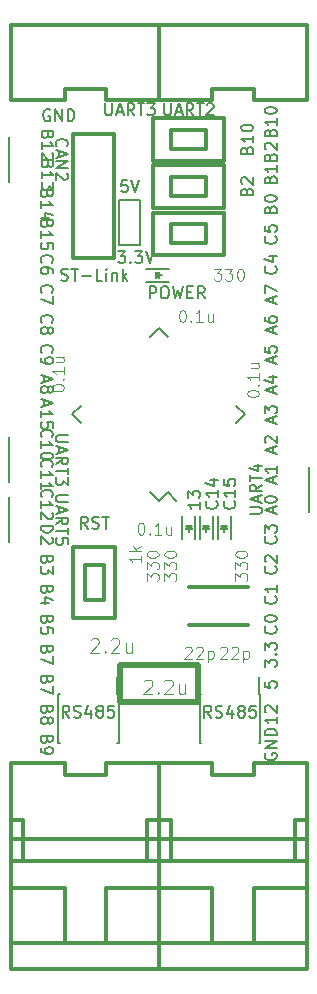
<source format=gbr>
G04 #@! TF.FileFunction,Legend,Top*
%FSLAX46Y46*%
G04 Gerber Fmt 4.6, Leading zero omitted, Abs format (unit mm)*
G04 Created by KiCad (PCBNEW 4.0.6) date 08/16/17 10:50:43*
%MOMM*%
%LPD*%
G01*
G04 APERTURE LIST*
%ADD10C,0.100000*%
%ADD11C,0.200000*%
%ADD12C,0.150000*%
%ADD13C,0.300000*%
%ADD14C,0.500000*%
%ADD15C,0.101600*%
G04 APERTURE END LIST*
D10*
D11*
X6404762Y-59952381D02*
X6071428Y-59476190D01*
X5833333Y-59952381D02*
X5833333Y-58952381D01*
X6214286Y-58952381D01*
X6309524Y-59000000D01*
X6357143Y-59047619D01*
X6404762Y-59142857D01*
X6404762Y-59285714D01*
X6357143Y-59380952D01*
X6309524Y-59428571D01*
X6214286Y-59476190D01*
X5833333Y-59476190D01*
X6785714Y-59904762D02*
X6928571Y-59952381D01*
X7166667Y-59952381D01*
X7261905Y-59904762D01*
X7309524Y-59857143D01*
X7357143Y-59761905D01*
X7357143Y-59666667D01*
X7309524Y-59571429D01*
X7261905Y-59523810D01*
X7166667Y-59476190D01*
X6976190Y-59428571D01*
X6880952Y-59380952D01*
X6833333Y-59333333D01*
X6785714Y-59238095D01*
X6785714Y-59142857D01*
X6833333Y-59047619D01*
X6880952Y-59000000D01*
X6976190Y-58952381D01*
X7214286Y-58952381D01*
X7357143Y-59000000D01*
X8214286Y-59285714D02*
X8214286Y-59952381D01*
X7976190Y-58904762D02*
X7738095Y-59619048D01*
X8357143Y-59619048D01*
X8880952Y-59380952D02*
X8785714Y-59333333D01*
X8738095Y-59285714D01*
X8690476Y-59190476D01*
X8690476Y-59142857D01*
X8738095Y-59047619D01*
X8785714Y-59000000D01*
X8880952Y-58952381D01*
X9071429Y-58952381D01*
X9166667Y-59000000D01*
X9214286Y-59047619D01*
X9261905Y-59142857D01*
X9261905Y-59190476D01*
X9214286Y-59285714D01*
X9166667Y-59333333D01*
X9071429Y-59380952D01*
X8880952Y-59380952D01*
X8785714Y-59428571D01*
X8738095Y-59476190D01*
X8690476Y-59571429D01*
X8690476Y-59761905D01*
X8738095Y-59857143D01*
X8785714Y-59904762D01*
X8880952Y-59952381D01*
X9071429Y-59952381D01*
X9166667Y-59904762D01*
X9214286Y-59857143D01*
X9261905Y-59761905D01*
X9261905Y-59571429D01*
X9214286Y-59476190D01*
X9166667Y-59428571D01*
X9071429Y-59380952D01*
X10166667Y-58952381D02*
X9690476Y-58952381D01*
X9642857Y-59428571D01*
X9690476Y-59380952D01*
X9785714Y-59333333D01*
X10023810Y-59333333D01*
X10119048Y-59380952D01*
X10166667Y-59428571D01*
X10214286Y-59523810D01*
X10214286Y-59761905D01*
X10166667Y-59857143D01*
X10119048Y-59904762D01*
X10023810Y-59952381D01*
X9785714Y-59952381D01*
X9690476Y-59904762D01*
X9642857Y-59857143D01*
X18404762Y-59952381D02*
X18071428Y-59476190D01*
X17833333Y-59952381D02*
X17833333Y-58952381D01*
X18214286Y-58952381D01*
X18309524Y-59000000D01*
X18357143Y-59047619D01*
X18404762Y-59142857D01*
X18404762Y-59285714D01*
X18357143Y-59380952D01*
X18309524Y-59428571D01*
X18214286Y-59476190D01*
X17833333Y-59476190D01*
X18785714Y-59904762D02*
X18928571Y-59952381D01*
X19166667Y-59952381D01*
X19261905Y-59904762D01*
X19309524Y-59857143D01*
X19357143Y-59761905D01*
X19357143Y-59666667D01*
X19309524Y-59571429D01*
X19261905Y-59523810D01*
X19166667Y-59476190D01*
X18976190Y-59428571D01*
X18880952Y-59380952D01*
X18833333Y-59333333D01*
X18785714Y-59238095D01*
X18785714Y-59142857D01*
X18833333Y-59047619D01*
X18880952Y-59000000D01*
X18976190Y-58952381D01*
X19214286Y-58952381D01*
X19357143Y-59000000D01*
X20214286Y-59285714D02*
X20214286Y-59952381D01*
X19976190Y-58904762D02*
X19738095Y-59619048D01*
X20357143Y-59619048D01*
X20880952Y-59380952D02*
X20785714Y-59333333D01*
X20738095Y-59285714D01*
X20690476Y-59190476D01*
X20690476Y-59142857D01*
X20738095Y-59047619D01*
X20785714Y-59000000D01*
X20880952Y-58952381D01*
X21071429Y-58952381D01*
X21166667Y-59000000D01*
X21214286Y-59047619D01*
X21261905Y-59142857D01*
X21261905Y-59190476D01*
X21214286Y-59285714D01*
X21166667Y-59333333D01*
X21071429Y-59380952D01*
X20880952Y-59380952D01*
X20785714Y-59428571D01*
X20738095Y-59476190D01*
X20690476Y-59571429D01*
X20690476Y-59761905D01*
X20738095Y-59857143D01*
X20785714Y-59904762D01*
X20880952Y-59952381D01*
X21071429Y-59952381D01*
X21166667Y-59904762D01*
X21214286Y-59857143D01*
X21261905Y-59761905D01*
X21261905Y-59571429D01*
X21214286Y-59476190D01*
X21166667Y-59428571D01*
X21071429Y-59380952D01*
X22166667Y-58952381D02*
X21690476Y-58952381D01*
X21642857Y-59428571D01*
X21690476Y-59380952D01*
X21785714Y-59333333D01*
X22023810Y-59333333D01*
X22119048Y-59380952D01*
X22166667Y-59428571D01*
X22214286Y-59523810D01*
X22214286Y-59761905D01*
X22166667Y-59857143D01*
X22119048Y-59904762D01*
X22023810Y-59952381D01*
X21785714Y-59952381D01*
X21690476Y-59904762D01*
X21642857Y-59857143D01*
X13190476Y-24452381D02*
X13190476Y-23452381D01*
X13571429Y-23452381D01*
X13666667Y-23500000D01*
X13714286Y-23547619D01*
X13761905Y-23642857D01*
X13761905Y-23785714D01*
X13714286Y-23880952D01*
X13666667Y-23928571D01*
X13571429Y-23976190D01*
X13190476Y-23976190D01*
X14380952Y-23452381D02*
X14571429Y-23452381D01*
X14666667Y-23500000D01*
X14761905Y-23595238D01*
X14809524Y-23785714D01*
X14809524Y-24119048D01*
X14761905Y-24309524D01*
X14666667Y-24404762D01*
X14571429Y-24452381D01*
X14380952Y-24452381D01*
X14285714Y-24404762D01*
X14190476Y-24309524D01*
X14142857Y-24119048D01*
X14142857Y-23785714D01*
X14190476Y-23595238D01*
X14285714Y-23500000D01*
X14380952Y-23452381D01*
X15142857Y-23452381D02*
X15380952Y-24452381D01*
X15571429Y-23738095D01*
X15761905Y-24452381D01*
X16000000Y-23452381D01*
X16380952Y-23928571D02*
X16714286Y-23928571D01*
X16857143Y-24452381D02*
X16380952Y-24452381D01*
X16380952Y-23452381D01*
X16857143Y-23452381D01*
X17857143Y-24452381D02*
X17523809Y-23976190D01*
X17285714Y-24452381D02*
X17285714Y-23452381D01*
X17666667Y-23452381D01*
X17761905Y-23500000D01*
X17809524Y-23547619D01*
X17857143Y-23642857D01*
X17857143Y-23785714D01*
X17809524Y-23880952D01*
X17761905Y-23928571D01*
X17666667Y-23976190D01*
X17285714Y-23976190D01*
X21428571Y-15404761D02*
X21476190Y-15261904D01*
X21523810Y-15214285D01*
X21619048Y-15166666D01*
X21761905Y-15166666D01*
X21857143Y-15214285D01*
X21904762Y-15261904D01*
X21952381Y-15357142D01*
X21952381Y-15738095D01*
X20952381Y-15738095D01*
X20952381Y-15404761D01*
X21000000Y-15309523D01*
X21047619Y-15261904D01*
X21142857Y-15214285D01*
X21238095Y-15214285D01*
X21333333Y-15261904D01*
X21380952Y-15309523D01*
X21428571Y-15404761D01*
X21428571Y-15738095D01*
X21047619Y-14785714D02*
X21000000Y-14738095D01*
X20952381Y-14642857D01*
X20952381Y-14404761D01*
X21000000Y-14309523D01*
X21047619Y-14261904D01*
X21142857Y-14214285D01*
X21238095Y-14214285D01*
X21380952Y-14261904D01*
X21952381Y-14833333D01*
X21952381Y-14214285D01*
X21428571Y-11880952D02*
X21476190Y-11738095D01*
X21523810Y-11690476D01*
X21619048Y-11642857D01*
X21761905Y-11642857D01*
X21857143Y-11690476D01*
X21904762Y-11738095D01*
X21952381Y-11833333D01*
X21952381Y-12214286D01*
X20952381Y-12214286D01*
X20952381Y-11880952D01*
X21000000Y-11785714D01*
X21047619Y-11738095D01*
X21142857Y-11690476D01*
X21238095Y-11690476D01*
X21333333Y-11738095D01*
X21380952Y-11785714D01*
X21428571Y-11880952D01*
X21428571Y-12214286D01*
X21952381Y-10690476D02*
X21952381Y-11261905D01*
X21952381Y-10976191D02*
X20952381Y-10976191D01*
X21095238Y-11071429D01*
X21190476Y-11166667D01*
X21238095Y-11261905D01*
X20952381Y-10071429D02*
X20952381Y-9976190D01*
X21000000Y-9880952D01*
X21047619Y-9833333D01*
X21142857Y-9785714D01*
X21333333Y-9738095D01*
X21571429Y-9738095D01*
X21761905Y-9785714D01*
X21857143Y-9833333D01*
X21904762Y-9880952D01*
X21952381Y-9976190D01*
X21952381Y-10071429D01*
X21904762Y-10166667D01*
X21857143Y-10214286D01*
X21761905Y-10261905D01*
X21571429Y-10309524D01*
X21333333Y-10309524D01*
X21142857Y-10261905D01*
X21047619Y-10214286D01*
X21000000Y-10166667D01*
X20952381Y-10071429D01*
X20357143Y-41642857D02*
X20404762Y-41690476D01*
X20452381Y-41833333D01*
X20452381Y-41928571D01*
X20404762Y-42071429D01*
X20309524Y-42166667D01*
X20214286Y-42214286D01*
X20023810Y-42261905D01*
X19880952Y-42261905D01*
X19690476Y-42214286D01*
X19595238Y-42166667D01*
X19500000Y-42071429D01*
X19452381Y-41928571D01*
X19452381Y-41833333D01*
X19500000Y-41690476D01*
X19547619Y-41642857D01*
X20452381Y-40690476D02*
X20452381Y-41261905D01*
X20452381Y-40976191D02*
X19452381Y-40976191D01*
X19595238Y-41071429D01*
X19690476Y-41166667D01*
X19738095Y-41261905D01*
X19452381Y-39785714D02*
X19452381Y-40261905D01*
X19928571Y-40309524D01*
X19880952Y-40261905D01*
X19833333Y-40166667D01*
X19833333Y-39928571D01*
X19880952Y-39833333D01*
X19928571Y-39785714D01*
X20023810Y-39738095D01*
X20261905Y-39738095D01*
X20357143Y-39785714D01*
X20404762Y-39833333D01*
X20452381Y-39928571D01*
X20452381Y-40166667D01*
X20404762Y-40261905D01*
X20357143Y-40309524D01*
X18857143Y-41642857D02*
X18904762Y-41690476D01*
X18952381Y-41833333D01*
X18952381Y-41928571D01*
X18904762Y-42071429D01*
X18809524Y-42166667D01*
X18714286Y-42214286D01*
X18523810Y-42261905D01*
X18380952Y-42261905D01*
X18190476Y-42214286D01*
X18095238Y-42166667D01*
X18000000Y-42071429D01*
X17952381Y-41928571D01*
X17952381Y-41833333D01*
X18000000Y-41690476D01*
X18047619Y-41642857D01*
X18952381Y-40690476D02*
X18952381Y-41261905D01*
X18952381Y-40976191D02*
X17952381Y-40976191D01*
X18095238Y-41071429D01*
X18190476Y-41166667D01*
X18238095Y-41261905D01*
X18285714Y-39833333D02*
X18952381Y-39833333D01*
X17904762Y-40071429D02*
X18619048Y-40309524D01*
X18619048Y-39690476D01*
X17452381Y-41690476D02*
X17452381Y-42261905D01*
X17452381Y-41976191D02*
X16452381Y-41976191D01*
X16595238Y-42071429D01*
X16690476Y-42166667D01*
X16738095Y-42261905D01*
X16452381Y-41357143D02*
X16452381Y-40738095D01*
X16833333Y-41071429D01*
X16833333Y-40928571D01*
X16880952Y-40833333D01*
X16928571Y-40785714D01*
X17023810Y-40738095D01*
X17261905Y-40738095D01*
X17357143Y-40785714D01*
X17404762Y-40833333D01*
X17452381Y-40928571D01*
X17452381Y-41214286D01*
X17404762Y-41309524D01*
X17357143Y-41357143D01*
X7952381Y-43952381D02*
X7619047Y-43476190D01*
X7380952Y-43952381D02*
X7380952Y-42952381D01*
X7761905Y-42952381D01*
X7857143Y-43000000D01*
X7904762Y-43047619D01*
X7952381Y-43142857D01*
X7952381Y-43285714D01*
X7904762Y-43380952D01*
X7857143Y-43428571D01*
X7761905Y-43476190D01*
X7380952Y-43476190D01*
X8333333Y-43904762D02*
X8476190Y-43952381D01*
X8714286Y-43952381D01*
X8809524Y-43904762D01*
X8857143Y-43857143D01*
X8904762Y-43761905D01*
X8904762Y-43666667D01*
X8857143Y-43571429D01*
X8809524Y-43523810D01*
X8714286Y-43476190D01*
X8523809Y-43428571D01*
X8428571Y-43380952D01*
X8380952Y-43333333D01*
X8333333Y-43238095D01*
X8333333Y-43142857D01*
X8380952Y-43047619D01*
X8428571Y-43000000D01*
X8523809Y-42952381D01*
X8761905Y-42952381D01*
X8904762Y-43000000D01*
X9190476Y-42952381D02*
X9761905Y-42952381D01*
X9476190Y-43952381D02*
X9476190Y-42952381D01*
X5714286Y-22904762D02*
X5857143Y-22952381D01*
X6095239Y-22952381D01*
X6190477Y-22904762D01*
X6238096Y-22857143D01*
X6285715Y-22761905D01*
X6285715Y-22666667D01*
X6238096Y-22571429D01*
X6190477Y-22523810D01*
X6095239Y-22476190D01*
X5904762Y-22428571D01*
X5809524Y-22380952D01*
X5761905Y-22333333D01*
X5714286Y-22238095D01*
X5714286Y-22142857D01*
X5761905Y-22047619D01*
X5809524Y-22000000D01*
X5904762Y-21952381D01*
X6142858Y-21952381D01*
X6285715Y-22000000D01*
X6571429Y-21952381D02*
X7142858Y-21952381D01*
X6857143Y-22952381D02*
X6857143Y-21952381D01*
X7476191Y-22571429D02*
X8238096Y-22571429D01*
X9190477Y-22952381D02*
X8714286Y-22952381D01*
X8714286Y-21952381D01*
X9523810Y-22952381D02*
X9523810Y-22285714D01*
X9523810Y-21952381D02*
X9476191Y-22000000D01*
X9523810Y-22047619D01*
X9571429Y-22000000D01*
X9523810Y-21952381D01*
X9523810Y-22047619D01*
X10000000Y-22285714D02*
X10000000Y-22952381D01*
X10000000Y-22380952D02*
X10047619Y-22333333D01*
X10142857Y-22285714D01*
X10285715Y-22285714D01*
X10380953Y-22333333D01*
X10428572Y-22428571D01*
X10428572Y-22952381D01*
X10904762Y-22952381D02*
X10904762Y-21952381D01*
X11000000Y-22571429D02*
X11285715Y-22952381D01*
X11285715Y-22285714D02*
X10904762Y-22666667D01*
X4516429Y-56745239D02*
X4468810Y-56888096D01*
X4421190Y-56935715D01*
X4325952Y-56983334D01*
X4183095Y-56983334D01*
X4087857Y-56935715D01*
X4040238Y-56888096D01*
X3992619Y-56792858D01*
X3992619Y-56411905D01*
X4992619Y-56411905D01*
X4992619Y-56745239D01*
X4945000Y-56840477D01*
X4897381Y-56888096D01*
X4802143Y-56935715D01*
X4706905Y-56935715D01*
X4611667Y-56888096D01*
X4564048Y-56840477D01*
X4516429Y-56745239D01*
X4516429Y-56411905D01*
X4992619Y-57316667D02*
X4992619Y-57983334D01*
X3992619Y-57554762D01*
X14428571Y-7952381D02*
X14428571Y-8761905D01*
X14476190Y-8857143D01*
X14523809Y-8904762D01*
X14619047Y-8952381D01*
X14809524Y-8952381D01*
X14904762Y-8904762D01*
X14952381Y-8857143D01*
X15000000Y-8761905D01*
X15000000Y-7952381D01*
X15428571Y-8666667D02*
X15904762Y-8666667D01*
X15333333Y-8952381D02*
X15666666Y-7952381D01*
X16000000Y-8952381D01*
X16904762Y-8952381D02*
X16571428Y-8476190D01*
X16333333Y-8952381D02*
X16333333Y-7952381D01*
X16714286Y-7952381D01*
X16809524Y-8000000D01*
X16857143Y-8047619D01*
X16904762Y-8142857D01*
X16904762Y-8285714D01*
X16857143Y-8380952D01*
X16809524Y-8428571D01*
X16714286Y-8476190D01*
X16333333Y-8476190D01*
X17190476Y-7952381D02*
X17761905Y-7952381D01*
X17476190Y-8952381D02*
X17476190Y-7952381D01*
X18047619Y-8047619D02*
X18095238Y-8000000D01*
X18190476Y-7952381D01*
X18428572Y-7952381D01*
X18523810Y-8000000D01*
X18571429Y-8047619D01*
X18619048Y-8142857D01*
X18619048Y-8238095D01*
X18571429Y-8380952D01*
X18000000Y-8952381D01*
X18619048Y-8952381D01*
X9428571Y-7952381D02*
X9428571Y-8761905D01*
X9476190Y-8857143D01*
X9523809Y-8904762D01*
X9619047Y-8952381D01*
X9809524Y-8952381D01*
X9904762Y-8904762D01*
X9952381Y-8857143D01*
X10000000Y-8761905D01*
X10000000Y-7952381D01*
X10428571Y-8666667D02*
X10904762Y-8666667D01*
X10333333Y-8952381D02*
X10666666Y-7952381D01*
X11000000Y-8952381D01*
X11904762Y-8952381D02*
X11571428Y-8476190D01*
X11333333Y-8952381D02*
X11333333Y-7952381D01*
X11714286Y-7952381D01*
X11809524Y-8000000D01*
X11857143Y-8047619D01*
X11904762Y-8142857D01*
X11904762Y-8285714D01*
X11857143Y-8380952D01*
X11809524Y-8428571D01*
X11714286Y-8476190D01*
X11333333Y-8476190D01*
X12190476Y-7952381D02*
X12761905Y-7952381D01*
X12476190Y-8952381D02*
X12476190Y-7952381D01*
X13000000Y-7952381D02*
X13619048Y-7952381D01*
X13285714Y-8333333D01*
X13428572Y-8333333D01*
X13523810Y-8380952D01*
X13571429Y-8428571D01*
X13619048Y-8523810D01*
X13619048Y-8761905D01*
X13571429Y-8857143D01*
X13523810Y-8904762D01*
X13428572Y-8952381D01*
X13142857Y-8952381D01*
X13047619Y-8904762D01*
X13000000Y-8857143D01*
X4738096Y-8500000D02*
X4642858Y-8452381D01*
X4500001Y-8452381D01*
X4357143Y-8500000D01*
X4261905Y-8595238D01*
X4214286Y-8690476D01*
X4166667Y-8880952D01*
X4166667Y-9023810D01*
X4214286Y-9214286D01*
X4261905Y-9309524D01*
X4357143Y-9404762D01*
X4500001Y-9452381D01*
X4595239Y-9452381D01*
X4738096Y-9404762D01*
X4785715Y-9357143D01*
X4785715Y-9023810D01*
X4595239Y-9023810D01*
X5214286Y-9452381D02*
X5214286Y-8452381D01*
X5785715Y-9452381D01*
X5785715Y-8452381D01*
X6261905Y-9452381D02*
X6261905Y-8452381D01*
X6500000Y-8452381D01*
X6642858Y-8500000D01*
X6738096Y-8595238D01*
X6785715Y-8690476D01*
X6833334Y-8880952D01*
X6833334Y-9023810D01*
X6785715Y-9214286D01*
X6738096Y-9309524D01*
X6642858Y-9404762D01*
X6500000Y-9452381D01*
X6261905Y-9452381D01*
X10523810Y-20452381D02*
X11142858Y-20452381D01*
X10809524Y-20833333D01*
X10952382Y-20833333D01*
X11047620Y-20880952D01*
X11095239Y-20928571D01*
X11142858Y-21023810D01*
X11142858Y-21261905D01*
X11095239Y-21357143D01*
X11047620Y-21404762D01*
X10952382Y-21452381D01*
X10666667Y-21452381D01*
X10571429Y-21404762D01*
X10523810Y-21357143D01*
X11571429Y-21357143D02*
X11619048Y-21404762D01*
X11571429Y-21452381D01*
X11523810Y-21404762D01*
X11571429Y-21357143D01*
X11571429Y-21452381D01*
X11952381Y-20452381D02*
X12571429Y-20452381D01*
X12238095Y-20833333D01*
X12380953Y-20833333D01*
X12476191Y-20880952D01*
X12523810Y-20928571D01*
X12571429Y-21023810D01*
X12571429Y-21261905D01*
X12523810Y-21357143D01*
X12476191Y-21404762D01*
X12380953Y-21452381D01*
X12095238Y-21452381D01*
X12000000Y-21404762D01*
X11952381Y-21357143D01*
X12857143Y-20452381D02*
X13190476Y-21452381D01*
X13523810Y-20452381D01*
X11309524Y-14452381D02*
X10833333Y-14452381D01*
X10785714Y-14928571D01*
X10833333Y-14880952D01*
X10928571Y-14833333D01*
X11166667Y-14833333D01*
X11261905Y-14880952D01*
X11309524Y-14928571D01*
X11357143Y-15023810D01*
X11357143Y-15261905D01*
X11309524Y-15357143D01*
X11261905Y-15404762D01*
X11166667Y-15452381D01*
X10928571Y-15452381D01*
X10833333Y-15404762D01*
X10785714Y-15357143D01*
X11642857Y-14452381D02*
X11976190Y-15452381D01*
X12309524Y-14452381D01*
X6262619Y-41108571D02*
X5453095Y-41108571D01*
X5357857Y-41156190D01*
X5310238Y-41203809D01*
X5262619Y-41299047D01*
X5262619Y-41489524D01*
X5310238Y-41584762D01*
X5357857Y-41632381D01*
X5453095Y-41680000D01*
X6262619Y-41680000D01*
X5548333Y-42108571D02*
X5548333Y-42584762D01*
X5262619Y-42013333D02*
X6262619Y-42346666D01*
X5262619Y-42680000D01*
X5262619Y-43584762D02*
X5738810Y-43251428D01*
X5262619Y-43013333D02*
X6262619Y-43013333D01*
X6262619Y-43394286D01*
X6215000Y-43489524D01*
X6167381Y-43537143D01*
X6072143Y-43584762D01*
X5929286Y-43584762D01*
X5834048Y-43537143D01*
X5786429Y-43489524D01*
X5738810Y-43394286D01*
X5738810Y-43013333D01*
X6262619Y-43870476D02*
X6262619Y-44441905D01*
X5262619Y-44156190D02*
X6262619Y-44156190D01*
X6262619Y-45251429D02*
X6262619Y-44775238D01*
X5786429Y-44727619D01*
X5834048Y-44775238D01*
X5881667Y-44870476D01*
X5881667Y-45108572D01*
X5834048Y-45203810D01*
X5786429Y-45251429D01*
X5691190Y-45299048D01*
X5453095Y-45299048D01*
X5357857Y-45251429D01*
X5310238Y-45203810D01*
X5262619Y-45108572D01*
X5262619Y-44870476D01*
X5310238Y-44775238D01*
X5357857Y-44727619D01*
X1270000Y-10795000D02*
X1270000Y-14605000D01*
X26670000Y-38735000D02*
X26670000Y-42545000D01*
X1270000Y-40005000D02*
X1270000Y-36195000D01*
X1270000Y-41275000D02*
X1270000Y-45085000D01*
X6262619Y-36028571D02*
X5453095Y-36028571D01*
X5357857Y-36076190D01*
X5310238Y-36123809D01*
X5262619Y-36219047D01*
X5262619Y-36409524D01*
X5310238Y-36504762D01*
X5357857Y-36552381D01*
X5453095Y-36600000D01*
X6262619Y-36600000D01*
X5548333Y-37028571D02*
X5548333Y-37504762D01*
X5262619Y-36933333D02*
X6262619Y-37266666D01*
X5262619Y-37600000D01*
X5262619Y-38504762D02*
X5738810Y-38171428D01*
X5262619Y-37933333D02*
X6262619Y-37933333D01*
X6262619Y-38314286D01*
X6215000Y-38409524D01*
X6167381Y-38457143D01*
X6072143Y-38504762D01*
X5929286Y-38504762D01*
X5834048Y-38457143D01*
X5786429Y-38409524D01*
X5738810Y-38314286D01*
X5738810Y-37933333D01*
X6262619Y-38790476D02*
X6262619Y-39361905D01*
X5262619Y-39076190D02*
X6262619Y-39076190D01*
X6262619Y-39600000D02*
X6262619Y-40219048D01*
X5881667Y-39885714D01*
X5881667Y-40028572D01*
X5834048Y-40123810D01*
X5786429Y-40171429D01*
X5691190Y-40219048D01*
X5453095Y-40219048D01*
X5357857Y-40171429D01*
X5310238Y-40123810D01*
X5262619Y-40028572D01*
X5262619Y-39742857D01*
X5310238Y-39647619D01*
X5357857Y-39600000D01*
X4571429Y-10619048D02*
X4523810Y-10761905D01*
X4476190Y-10809524D01*
X4380952Y-10857143D01*
X4238095Y-10857143D01*
X4142857Y-10809524D01*
X4095238Y-10761905D01*
X4047619Y-10666667D01*
X4047619Y-10285714D01*
X5047619Y-10285714D01*
X5047619Y-10619048D01*
X5000000Y-10714286D01*
X4952381Y-10761905D01*
X4857143Y-10809524D01*
X4761905Y-10809524D01*
X4666667Y-10761905D01*
X4619048Y-10714286D01*
X4571429Y-10619048D01*
X4571429Y-10285714D01*
X4047619Y-11809524D02*
X4047619Y-11238095D01*
X4047619Y-11523809D02*
X5047619Y-11523809D01*
X4904762Y-11428571D01*
X4809524Y-11333333D01*
X4761905Y-11238095D01*
X4952381Y-12190476D02*
X5000000Y-12238095D01*
X5047619Y-12333333D01*
X5047619Y-12571429D01*
X5000000Y-12666667D01*
X4952381Y-12714286D01*
X4857143Y-12761905D01*
X4761905Y-12761905D01*
X4619048Y-12714286D01*
X4047619Y-12142857D01*
X4047619Y-12761905D01*
X4571429Y-13119048D02*
X4523810Y-13261905D01*
X4476190Y-13309524D01*
X4380952Y-13357143D01*
X4238095Y-13357143D01*
X4142857Y-13309524D01*
X4095238Y-13261905D01*
X4047619Y-13166667D01*
X4047619Y-12785714D01*
X5047619Y-12785714D01*
X5047619Y-13119048D01*
X5000000Y-13214286D01*
X4952381Y-13261905D01*
X4857143Y-13309524D01*
X4761905Y-13309524D01*
X4666667Y-13261905D01*
X4619048Y-13214286D01*
X4571429Y-13119048D01*
X4571429Y-12785714D01*
X4047619Y-14309524D02*
X4047619Y-13738095D01*
X4047619Y-14023809D02*
X5047619Y-14023809D01*
X4904762Y-13928571D01*
X4809524Y-13833333D01*
X4761905Y-13738095D01*
X5047619Y-14642857D02*
X5047619Y-15261905D01*
X4666667Y-14928571D01*
X4666667Y-15071429D01*
X4619048Y-15166667D01*
X4571429Y-15214286D01*
X4476190Y-15261905D01*
X4238095Y-15261905D01*
X4142857Y-15214286D01*
X4095238Y-15166667D01*
X4047619Y-15071429D01*
X4047619Y-14785714D01*
X4095238Y-14690476D01*
X4142857Y-14642857D01*
X4516429Y-15629048D02*
X4468810Y-15771905D01*
X4421190Y-15819524D01*
X4325952Y-15867143D01*
X4183095Y-15867143D01*
X4087857Y-15819524D01*
X4040238Y-15771905D01*
X3992619Y-15676667D01*
X3992619Y-15295714D01*
X4992619Y-15295714D01*
X4992619Y-15629048D01*
X4945000Y-15724286D01*
X4897381Y-15771905D01*
X4802143Y-15819524D01*
X4706905Y-15819524D01*
X4611667Y-15771905D01*
X4564048Y-15724286D01*
X4516429Y-15629048D01*
X4516429Y-15295714D01*
X3992619Y-16819524D02*
X3992619Y-16248095D01*
X3992619Y-16533809D02*
X4992619Y-16533809D01*
X4849762Y-16438571D01*
X4754524Y-16343333D01*
X4706905Y-16248095D01*
X4659286Y-17676667D02*
X3992619Y-17676667D01*
X5040238Y-17438571D02*
X4325952Y-17200476D01*
X4325952Y-17819524D01*
X4516429Y-18169048D02*
X4468810Y-18311905D01*
X4421190Y-18359524D01*
X4325952Y-18407143D01*
X4183095Y-18407143D01*
X4087857Y-18359524D01*
X4040238Y-18311905D01*
X3992619Y-18216667D01*
X3992619Y-17835714D01*
X4992619Y-17835714D01*
X4992619Y-18169048D01*
X4945000Y-18264286D01*
X4897381Y-18311905D01*
X4802143Y-18359524D01*
X4706905Y-18359524D01*
X4611667Y-18311905D01*
X4564048Y-18264286D01*
X4516429Y-18169048D01*
X4516429Y-17835714D01*
X3992619Y-19359524D02*
X3992619Y-18788095D01*
X3992619Y-19073809D02*
X4992619Y-19073809D01*
X4849762Y-18978571D01*
X4754524Y-18883333D01*
X4706905Y-18788095D01*
X4992619Y-20264286D02*
X4992619Y-19788095D01*
X4516429Y-19740476D01*
X4564048Y-19788095D01*
X4611667Y-19883333D01*
X4611667Y-20121429D01*
X4564048Y-20216667D01*
X4516429Y-20264286D01*
X4421190Y-20311905D01*
X4183095Y-20311905D01*
X4087857Y-20264286D01*
X4040238Y-20216667D01*
X3992619Y-20121429D01*
X3992619Y-19883333D01*
X4040238Y-19788095D01*
X4087857Y-19740476D01*
X4087857Y-21423334D02*
X4040238Y-21375715D01*
X3992619Y-21232858D01*
X3992619Y-21137620D01*
X4040238Y-20994762D01*
X4135476Y-20899524D01*
X4230714Y-20851905D01*
X4421190Y-20804286D01*
X4564048Y-20804286D01*
X4754524Y-20851905D01*
X4849762Y-20899524D01*
X4945000Y-20994762D01*
X4992619Y-21137620D01*
X4992619Y-21232858D01*
X4945000Y-21375715D01*
X4897381Y-21423334D01*
X4992619Y-22280477D02*
X4992619Y-22090000D01*
X4945000Y-21994762D01*
X4897381Y-21947143D01*
X4754524Y-21851905D01*
X4564048Y-21804286D01*
X4183095Y-21804286D01*
X4087857Y-21851905D01*
X4040238Y-21899524D01*
X3992619Y-21994762D01*
X3992619Y-22185239D01*
X4040238Y-22280477D01*
X4087857Y-22328096D01*
X4183095Y-22375715D01*
X4421190Y-22375715D01*
X4516429Y-22328096D01*
X4564048Y-22280477D01*
X4611667Y-22185239D01*
X4611667Y-21994762D01*
X4564048Y-21899524D01*
X4516429Y-21851905D01*
X4421190Y-21804286D01*
X4087857Y-23963334D02*
X4040238Y-23915715D01*
X3992619Y-23772858D01*
X3992619Y-23677620D01*
X4040238Y-23534762D01*
X4135476Y-23439524D01*
X4230714Y-23391905D01*
X4421190Y-23344286D01*
X4564048Y-23344286D01*
X4754524Y-23391905D01*
X4849762Y-23439524D01*
X4945000Y-23534762D01*
X4992619Y-23677620D01*
X4992619Y-23772858D01*
X4945000Y-23915715D01*
X4897381Y-23963334D01*
X4992619Y-24296667D02*
X4992619Y-24963334D01*
X3992619Y-24534762D01*
X4087857Y-26503334D02*
X4040238Y-26455715D01*
X3992619Y-26312858D01*
X3992619Y-26217620D01*
X4040238Y-26074762D01*
X4135476Y-25979524D01*
X4230714Y-25931905D01*
X4421190Y-25884286D01*
X4564048Y-25884286D01*
X4754524Y-25931905D01*
X4849762Y-25979524D01*
X4945000Y-26074762D01*
X4992619Y-26217620D01*
X4992619Y-26312858D01*
X4945000Y-26455715D01*
X4897381Y-26503334D01*
X4564048Y-27074762D02*
X4611667Y-26979524D01*
X4659286Y-26931905D01*
X4754524Y-26884286D01*
X4802143Y-26884286D01*
X4897381Y-26931905D01*
X4945000Y-26979524D01*
X4992619Y-27074762D01*
X4992619Y-27265239D01*
X4945000Y-27360477D01*
X4897381Y-27408096D01*
X4802143Y-27455715D01*
X4754524Y-27455715D01*
X4659286Y-27408096D01*
X4611667Y-27360477D01*
X4564048Y-27265239D01*
X4564048Y-27074762D01*
X4516429Y-26979524D01*
X4468810Y-26931905D01*
X4373571Y-26884286D01*
X4183095Y-26884286D01*
X4087857Y-26931905D01*
X4040238Y-26979524D01*
X3992619Y-27074762D01*
X3992619Y-27265239D01*
X4040238Y-27360477D01*
X4087857Y-27408096D01*
X4183095Y-27455715D01*
X4373571Y-27455715D01*
X4468810Y-27408096D01*
X4516429Y-27360477D01*
X4564048Y-27265239D01*
X4087857Y-29043334D02*
X4040238Y-28995715D01*
X3992619Y-28852858D01*
X3992619Y-28757620D01*
X4040238Y-28614762D01*
X4135476Y-28519524D01*
X4230714Y-28471905D01*
X4421190Y-28424286D01*
X4564048Y-28424286D01*
X4754524Y-28471905D01*
X4849762Y-28519524D01*
X4945000Y-28614762D01*
X4992619Y-28757620D01*
X4992619Y-28852858D01*
X4945000Y-28995715D01*
X4897381Y-29043334D01*
X3992619Y-29519524D02*
X3992619Y-29710000D01*
X4040238Y-29805239D01*
X4087857Y-29852858D01*
X4230714Y-29948096D01*
X4421190Y-29995715D01*
X4802143Y-29995715D01*
X4897381Y-29948096D01*
X4945000Y-29900477D01*
X4992619Y-29805239D01*
X4992619Y-29614762D01*
X4945000Y-29519524D01*
X4897381Y-29471905D01*
X4802143Y-29424286D01*
X4564048Y-29424286D01*
X4468810Y-29471905D01*
X4421190Y-29519524D01*
X4373571Y-29614762D01*
X4373571Y-29805239D01*
X4421190Y-29900477D01*
X4468810Y-29948096D01*
X4564048Y-29995715D01*
X4278333Y-31035714D02*
X4278333Y-31511905D01*
X3992619Y-30940476D02*
X4992619Y-31273809D01*
X3992619Y-31607143D01*
X4564048Y-32083333D02*
X4611667Y-31988095D01*
X4659286Y-31940476D01*
X4754524Y-31892857D01*
X4802143Y-31892857D01*
X4897381Y-31940476D01*
X4945000Y-31988095D01*
X4992619Y-32083333D01*
X4992619Y-32273810D01*
X4945000Y-32369048D01*
X4897381Y-32416667D01*
X4802143Y-32464286D01*
X4754524Y-32464286D01*
X4659286Y-32416667D01*
X4611667Y-32369048D01*
X4564048Y-32273810D01*
X4564048Y-32083333D01*
X4516429Y-31988095D01*
X4468810Y-31940476D01*
X4373571Y-31892857D01*
X4183095Y-31892857D01*
X4087857Y-31940476D01*
X4040238Y-31988095D01*
X3992619Y-32083333D01*
X3992619Y-32273810D01*
X4040238Y-32369048D01*
X4087857Y-32416667D01*
X4183095Y-32464286D01*
X4373571Y-32464286D01*
X4468810Y-32416667D01*
X4516429Y-32369048D01*
X4564048Y-32273810D01*
X4278333Y-33099524D02*
X4278333Y-33575715D01*
X3992619Y-33004286D02*
X4992619Y-33337619D01*
X3992619Y-33670953D01*
X3992619Y-34528096D02*
X3992619Y-33956667D01*
X3992619Y-34242381D02*
X4992619Y-34242381D01*
X4849762Y-34147143D01*
X4754524Y-34051905D01*
X4706905Y-33956667D01*
X4992619Y-35432858D02*
X4992619Y-34956667D01*
X4516429Y-34909048D01*
X4564048Y-34956667D01*
X4611667Y-35051905D01*
X4611667Y-35290001D01*
X4564048Y-35385239D01*
X4516429Y-35432858D01*
X4421190Y-35480477D01*
X4183095Y-35480477D01*
X4087857Y-35432858D01*
X4040238Y-35385239D01*
X3992619Y-35290001D01*
X3992619Y-35051905D01*
X4040238Y-34956667D01*
X4087857Y-34909048D01*
X4087857Y-36187143D02*
X4040238Y-36139524D01*
X3992619Y-35996667D01*
X3992619Y-35901429D01*
X4040238Y-35758571D01*
X4135476Y-35663333D01*
X4230714Y-35615714D01*
X4421190Y-35568095D01*
X4564048Y-35568095D01*
X4754524Y-35615714D01*
X4849762Y-35663333D01*
X4945000Y-35758571D01*
X4992619Y-35901429D01*
X4992619Y-35996667D01*
X4945000Y-36139524D01*
X4897381Y-36187143D01*
X3992619Y-37139524D02*
X3992619Y-36568095D01*
X3992619Y-36853809D02*
X4992619Y-36853809D01*
X4849762Y-36758571D01*
X4754524Y-36663333D01*
X4706905Y-36568095D01*
X4992619Y-37758571D02*
X4992619Y-37853810D01*
X4945000Y-37949048D01*
X4897381Y-37996667D01*
X4802143Y-38044286D01*
X4611667Y-38091905D01*
X4373571Y-38091905D01*
X4183095Y-38044286D01*
X4087857Y-37996667D01*
X4040238Y-37949048D01*
X3992619Y-37853810D01*
X3992619Y-37758571D01*
X4040238Y-37663333D01*
X4087857Y-37615714D01*
X4183095Y-37568095D01*
X4373571Y-37520476D01*
X4611667Y-37520476D01*
X4802143Y-37568095D01*
X4897381Y-37615714D01*
X4945000Y-37663333D01*
X4992619Y-37758571D01*
X4087857Y-38727143D02*
X4040238Y-38679524D01*
X3992619Y-38536667D01*
X3992619Y-38441429D01*
X4040238Y-38298571D01*
X4135476Y-38203333D01*
X4230714Y-38155714D01*
X4421190Y-38108095D01*
X4564048Y-38108095D01*
X4754524Y-38155714D01*
X4849762Y-38203333D01*
X4945000Y-38298571D01*
X4992619Y-38441429D01*
X4992619Y-38536667D01*
X4945000Y-38679524D01*
X4897381Y-38727143D01*
X3992619Y-39679524D02*
X3992619Y-39108095D01*
X3992619Y-39393809D02*
X4992619Y-39393809D01*
X4849762Y-39298571D01*
X4754524Y-39203333D01*
X4706905Y-39108095D01*
X3992619Y-40631905D02*
X3992619Y-40060476D01*
X3992619Y-40346190D02*
X4992619Y-40346190D01*
X4849762Y-40250952D01*
X4754524Y-40155714D01*
X4706905Y-40060476D01*
X4087857Y-41267143D02*
X4040238Y-41219524D01*
X3992619Y-41076667D01*
X3992619Y-40981429D01*
X4040238Y-40838571D01*
X4135476Y-40743333D01*
X4230714Y-40695714D01*
X4421190Y-40648095D01*
X4564048Y-40648095D01*
X4754524Y-40695714D01*
X4849762Y-40743333D01*
X4945000Y-40838571D01*
X4992619Y-40981429D01*
X4992619Y-41076667D01*
X4945000Y-41219524D01*
X4897381Y-41267143D01*
X3992619Y-42219524D02*
X3992619Y-41648095D01*
X3992619Y-41933809D02*
X4992619Y-41933809D01*
X4849762Y-41838571D01*
X4754524Y-41743333D01*
X4706905Y-41648095D01*
X4897381Y-42600476D02*
X4945000Y-42648095D01*
X4992619Y-42743333D01*
X4992619Y-42981429D01*
X4945000Y-43076667D01*
X4897381Y-43124286D01*
X4802143Y-43171905D01*
X4706905Y-43171905D01*
X4564048Y-43124286D01*
X3992619Y-42552857D01*
X3992619Y-43171905D01*
X3992619Y-43711905D02*
X4992619Y-43711905D01*
X4992619Y-43950000D01*
X4945000Y-44092858D01*
X4849762Y-44188096D01*
X4754524Y-44235715D01*
X4564048Y-44283334D01*
X4421190Y-44283334D01*
X4230714Y-44235715D01*
X4135476Y-44188096D01*
X4040238Y-44092858D01*
X3992619Y-43950000D01*
X3992619Y-43711905D01*
X4897381Y-44664286D02*
X4945000Y-44711905D01*
X4992619Y-44807143D01*
X4992619Y-45045239D01*
X4945000Y-45140477D01*
X4897381Y-45188096D01*
X4802143Y-45235715D01*
X4706905Y-45235715D01*
X4564048Y-45188096D01*
X3992619Y-44616667D01*
X3992619Y-45235715D01*
X4516429Y-46585239D02*
X4468810Y-46728096D01*
X4421190Y-46775715D01*
X4325952Y-46823334D01*
X4183095Y-46823334D01*
X4087857Y-46775715D01*
X4040238Y-46728096D01*
X3992619Y-46632858D01*
X3992619Y-46251905D01*
X4992619Y-46251905D01*
X4992619Y-46585239D01*
X4945000Y-46680477D01*
X4897381Y-46728096D01*
X4802143Y-46775715D01*
X4706905Y-46775715D01*
X4611667Y-46728096D01*
X4564048Y-46680477D01*
X4516429Y-46585239D01*
X4516429Y-46251905D01*
X4992619Y-47156667D02*
X4992619Y-47775715D01*
X4611667Y-47442381D01*
X4611667Y-47585239D01*
X4564048Y-47680477D01*
X4516429Y-47728096D01*
X4421190Y-47775715D01*
X4183095Y-47775715D01*
X4087857Y-47728096D01*
X4040238Y-47680477D01*
X3992619Y-47585239D01*
X3992619Y-47299524D01*
X4040238Y-47204286D01*
X4087857Y-47156667D01*
X4516429Y-49125239D02*
X4468810Y-49268096D01*
X4421190Y-49315715D01*
X4325952Y-49363334D01*
X4183095Y-49363334D01*
X4087857Y-49315715D01*
X4040238Y-49268096D01*
X3992619Y-49172858D01*
X3992619Y-48791905D01*
X4992619Y-48791905D01*
X4992619Y-49125239D01*
X4945000Y-49220477D01*
X4897381Y-49268096D01*
X4802143Y-49315715D01*
X4706905Y-49315715D01*
X4611667Y-49268096D01*
X4564048Y-49220477D01*
X4516429Y-49125239D01*
X4516429Y-48791905D01*
X4659286Y-50220477D02*
X3992619Y-50220477D01*
X5040238Y-49982381D02*
X4325952Y-49744286D01*
X4325952Y-50363334D01*
X4516429Y-51665239D02*
X4468810Y-51808096D01*
X4421190Y-51855715D01*
X4325952Y-51903334D01*
X4183095Y-51903334D01*
X4087857Y-51855715D01*
X4040238Y-51808096D01*
X3992619Y-51712858D01*
X3992619Y-51331905D01*
X4992619Y-51331905D01*
X4992619Y-51665239D01*
X4945000Y-51760477D01*
X4897381Y-51808096D01*
X4802143Y-51855715D01*
X4706905Y-51855715D01*
X4611667Y-51808096D01*
X4564048Y-51760477D01*
X4516429Y-51665239D01*
X4516429Y-51331905D01*
X4992619Y-52808096D02*
X4992619Y-52331905D01*
X4516429Y-52284286D01*
X4564048Y-52331905D01*
X4611667Y-52427143D01*
X4611667Y-52665239D01*
X4564048Y-52760477D01*
X4516429Y-52808096D01*
X4421190Y-52855715D01*
X4183095Y-52855715D01*
X4087857Y-52808096D01*
X4040238Y-52760477D01*
X3992619Y-52665239D01*
X3992619Y-52427143D01*
X4040238Y-52331905D01*
X4087857Y-52284286D01*
X4516429Y-54205239D02*
X4468810Y-54348096D01*
X4421190Y-54395715D01*
X4325952Y-54443334D01*
X4183095Y-54443334D01*
X4087857Y-54395715D01*
X4040238Y-54348096D01*
X3992619Y-54252858D01*
X3992619Y-53871905D01*
X4992619Y-53871905D01*
X4992619Y-54205239D01*
X4945000Y-54300477D01*
X4897381Y-54348096D01*
X4802143Y-54395715D01*
X4706905Y-54395715D01*
X4611667Y-54348096D01*
X4564048Y-54300477D01*
X4516429Y-54205239D01*
X4516429Y-53871905D01*
X4992619Y-54776667D02*
X4992619Y-55443334D01*
X3992619Y-55014762D01*
X4516429Y-59285239D02*
X4468810Y-59428096D01*
X4421190Y-59475715D01*
X4325952Y-59523334D01*
X4183095Y-59523334D01*
X4087857Y-59475715D01*
X4040238Y-59428096D01*
X3992619Y-59332858D01*
X3992619Y-58951905D01*
X4992619Y-58951905D01*
X4992619Y-59285239D01*
X4945000Y-59380477D01*
X4897381Y-59428096D01*
X4802143Y-59475715D01*
X4706905Y-59475715D01*
X4611667Y-59428096D01*
X4564048Y-59380477D01*
X4516429Y-59285239D01*
X4516429Y-58951905D01*
X4564048Y-60094762D02*
X4611667Y-59999524D01*
X4659286Y-59951905D01*
X4754524Y-59904286D01*
X4802143Y-59904286D01*
X4897381Y-59951905D01*
X4945000Y-59999524D01*
X4992619Y-60094762D01*
X4992619Y-60285239D01*
X4945000Y-60380477D01*
X4897381Y-60428096D01*
X4802143Y-60475715D01*
X4754524Y-60475715D01*
X4659286Y-60428096D01*
X4611667Y-60380477D01*
X4564048Y-60285239D01*
X4564048Y-60094762D01*
X4516429Y-59999524D01*
X4468810Y-59951905D01*
X4373571Y-59904286D01*
X4183095Y-59904286D01*
X4087857Y-59951905D01*
X4040238Y-59999524D01*
X3992619Y-60094762D01*
X3992619Y-60285239D01*
X4040238Y-60380477D01*
X4087857Y-60428096D01*
X4183095Y-60475715D01*
X4373571Y-60475715D01*
X4468810Y-60428096D01*
X4516429Y-60380477D01*
X4564048Y-60285239D01*
X4516429Y-61825239D02*
X4468810Y-61968096D01*
X4421190Y-62015715D01*
X4325952Y-62063334D01*
X4183095Y-62063334D01*
X4087857Y-62015715D01*
X4040238Y-61968096D01*
X3992619Y-61872858D01*
X3992619Y-61491905D01*
X4992619Y-61491905D01*
X4992619Y-61825239D01*
X4945000Y-61920477D01*
X4897381Y-61968096D01*
X4802143Y-62015715D01*
X4706905Y-62015715D01*
X4611667Y-61968096D01*
X4564048Y-61920477D01*
X4516429Y-61825239D01*
X4516429Y-61491905D01*
X3992619Y-62539524D02*
X3992619Y-62730000D01*
X4040238Y-62825239D01*
X4087857Y-62872858D01*
X4230714Y-62968096D01*
X4421190Y-63015715D01*
X4802143Y-63015715D01*
X4897381Y-62968096D01*
X4945000Y-62920477D01*
X4992619Y-62825239D01*
X4992619Y-62634762D01*
X4945000Y-62539524D01*
X4897381Y-62491905D01*
X4802143Y-62444286D01*
X4564048Y-62444286D01*
X4468810Y-62491905D01*
X4421190Y-62539524D01*
X4373571Y-62634762D01*
X4373571Y-62825239D01*
X4421190Y-62920477D01*
X4468810Y-62968096D01*
X4564048Y-63015715D01*
X22995000Y-62991904D02*
X22947381Y-63087142D01*
X22947381Y-63229999D01*
X22995000Y-63372857D01*
X23090238Y-63468095D01*
X23185476Y-63515714D01*
X23375952Y-63563333D01*
X23518810Y-63563333D01*
X23709286Y-63515714D01*
X23804524Y-63468095D01*
X23899762Y-63372857D01*
X23947381Y-63229999D01*
X23947381Y-63134761D01*
X23899762Y-62991904D01*
X23852143Y-62944285D01*
X23518810Y-62944285D01*
X23518810Y-63134761D01*
X23947381Y-62515714D02*
X22947381Y-62515714D01*
X23947381Y-61944285D01*
X22947381Y-61944285D01*
X23947381Y-61468095D02*
X22947381Y-61468095D01*
X22947381Y-61230000D01*
X22995000Y-61087142D01*
X23090238Y-60991904D01*
X23185476Y-60944285D01*
X23375952Y-60896666D01*
X23518810Y-60896666D01*
X23709286Y-60944285D01*
X23804524Y-60991904D01*
X23899762Y-61087142D01*
X23947381Y-61230000D01*
X23947381Y-61468095D01*
X23947381Y-59880476D02*
X23947381Y-60451905D01*
X23947381Y-60166191D02*
X22947381Y-60166191D01*
X23090238Y-60261429D01*
X23185476Y-60356667D01*
X23233095Y-60451905D01*
X23042619Y-59499524D02*
X22995000Y-59451905D01*
X22947381Y-59356667D01*
X22947381Y-59118571D01*
X22995000Y-59023333D01*
X23042619Y-58975714D01*
X23137857Y-58928095D01*
X23233095Y-58928095D01*
X23375952Y-58975714D01*
X23947381Y-59547143D01*
X23947381Y-58928095D01*
X22947381Y-56911904D02*
X22947381Y-57388095D01*
X23423571Y-57435714D01*
X23375952Y-57388095D01*
X23328333Y-57292857D01*
X23328333Y-57054761D01*
X23375952Y-56959523D01*
X23423571Y-56911904D01*
X23518810Y-56864285D01*
X23756905Y-56864285D01*
X23852143Y-56911904D01*
X23899762Y-56959523D01*
X23947381Y-57054761D01*
X23947381Y-57292857D01*
X23899762Y-57388095D01*
X23852143Y-57435714D01*
X22947381Y-55657619D02*
X22947381Y-55038571D01*
X23328333Y-55371905D01*
X23328333Y-55229047D01*
X23375952Y-55133809D01*
X23423571Y-55086190D01*
X23518810Y-55038571D01*
X23756905Y-55038571D01*
X23852143Y-55086190D01*
X23899762Y-55133809D01*
X23947381Y-55229047D01*
X23947381Y-55514762D01*
X23899762Y-55610000D01*
X23852143Y-55657619D01*
X23852143Y-54610000D02*
X23899762Y-54562381D01*
X23947381Y-54610000D01*
X23899762Y-54657619D01*
X23852143Y-54610000D01*
X23947381Y-54610000D01*
X22947381Y-54229048D02*
X22947381Y-53610000D01*
X23328333Y-53943334D01*
X23328333Y-53800476D01*
X23375952Y-53705238D01*
X23423571Y-53657619D01*
X23518810Y-53610000D01*
X23756905Y-53610000D01*
X23852143Y-53657619D01*
X23899762Y-53705238D01*
X23947381Y-53800476D01*
X23947381Y-54086191D01*
X23899762Y-54181429D01*
X23852143Y-54229048D01*
X23852143Y-52236666D02*
X23899762Y-52284285D01*
X23947381Y-52427142D01*
X23947381Y-52522380D01*
X23899762Y-52665238D01*
X23804524Y-52760476D01*
X23709286Y-52808095D01*
X23518810Y-52855714D01*
X23375952Y-52855714D01*
X23185476Y-52808095D01*
X23090238Y-52760476D01*
X22995000Y-52665238D01*
X22947381Y-52522380D01*
X22947381Y-52427142D01*
X22995000Y-52284285D01*
X23042619Y-52236666D01*
X22947381Y-51617619D02*
X22947381Y-51522380D01*
X22995000Y-51427142D01*
X23042619Y-51379523D01*
X23137857Y-51331904D01*
X23328333Y-51284285D01*
X23566429Y-51284285D01*
X23756905Y-51331904D01*
X23852143Y-51379523D01*
X23899762Y-51427142D01*
X23947381Y-51522380D01*
X23947381Y-51617619D01*
X23899762Y-51712857D01*
X23852143Y-51760476D01*
X23756905Y-51808095D01*
X23566429Y-51855714D01*
X23328333Y-51855714D01*
X23137857Y-51808095D01*
X23042619Y-51760476D01*
X22995000Y-51712857D01*
X22947381Y-51617619D01*
X23852143Y-49696666D02*
X23899762Y-49744285D01*
X23947381Y-49887142D01*
X23947381Y-49982380D01*
X23899762Y-50125238D01*
X23804524Y-50220476D01*
X23709286Y-50268095D01*
X23518810Y-50315714D01*
X23375952Y-50315714D01*
X23185476Y-50268095D01*
X23090238Y-50220476D01*
X22995000Y-50125238D01*
X22947381Y-49982380D01*
X22947381Y-49887142D01*
X22995000Y-49744285D01*
X23042619Y-49696666D01*
X23947381Y-48744285D02*
X23947381Y-49315714D01*
X23947381Y-49030000D02*
X22947381Y-49030000D01*
X23090238Y-49125238D01*
X23185476Y-49220476D01*
X23233095Y-49315714D01*
X23852143Y-47156666D02*
X23899762Y-47204285D01*
X23947381Y-47347142D01*
X23947381Y-47442380D01*
X23899762Y-47585238D01*
X23804524Y-47680476D01*
X23709286Y-47728095D01*
X23518810Y-47775714D01*
X23375952Y-47775714D01*
X23185476Y-47728095D01*
X23090238Y-47680476D01*
X22995000Y-47585238D01*
X22947381Y-47442380D01*
X22947381Y-47347142D01*
X22995000Y-47204285D01*
X23042619Y-47156666D01*
X23042619Y-46775714D02*
X22995000Y-46728095D01*
X22947381Y-46632857D01*
X22947381Y-46394761D01*
X22995000Y-46299523D01*
X23042619Y-46251904D01*
X23137857Y-46204285D01*
X23233095Y-46204285D01*
X23375952Y-46251904D01*
X23947381Y-46823333D01*
X23947381Y-46204285D01*
X23852143Y-44616666D02*
X23899762Y-44664285D01*
X23947381Y-44807142D01*
X23947381Y-44902380D01*
X23899762Y-45045238D01*
X23804524Y-45140476D01*
X23709286Y-45188095D01*
X23518810Y-45235714D01*
X23375952Y-45235714D01*
X23185476Y-45188095D01*
X23090238Y-45140476D01*
X22995000Y-45045238D01*
X22947381Y-44902380D01*
X22947381Y-44807142D01*
X22995000Y-44664285D01*
X23042619Y-44616666D01*
X22947381Y-44283333D02*
X22947381Y-43664285D01*
X23328333Y-43997619D01*
X23328333Y-43854761D01*
X23375952Y-43759523D01*
X23423571Y-43711904D01*
X23518810Y-43664285D01*
X23756905Y-43664285D01*
X23852143Y-43711904D01*
X23899762Y-43759523D01*
X23947381Y-43854761D01*
X23947381Y-44140476D01*
X23899762Y-44235714D01*
X23852143Y-44283333D01*
X23661667Y-42624286D02*
X23661667Y-42148095D01*
X23947381Y-42719524D02*
X22947381Y-42386191D01*
X23947381Y-42052857D01*
X22947381Y-41529048D02*
X22947381Y-41433809D01*
X22995000Y-41338571D01*
X23042619Y-41290952D01*
X23137857Y-41243333D01*
X23328333Y-41195714D01*
X23566429Y-41195714D01*
X23756905Y-41243333D01*
X23852143Y-41290952D01*
X23899762Y-41338571D01*
X23947381Y-41433809D01*
X23947381Y-41529048D01*
X23899762Y-41624286D01*
X23852143Y-41671905D01*
X23756905Y-41719524D01*
X23566429Y-41767143D01*
X23328333Y-41767143D01*
X23137857Y-41719524D01*
X23042619Y-41671905D01*
X22995000Y-41624286D01*
X22947381Y-41529048D01*
X23661667Y-40084286D02*
X23661667Y-39608095D01*
X23947381Y-40179524D02*
X22947381Y-39846191D01*
X23947381Y-39512857D01*
X23947381Y-38655714D02*
X23947381Y-39227143D01*
X23947381Y-38941429D02*
X22947381Y-38941429D01*
X23090238Y-39036667D01*
X23185476Y-39131905D01*
X23233095Y-39227143D01*
X23661667Y-37544286D02*
X23661667Y-37068095D01*
X23947381Y-37639524D02*
X22947381Y-37306191D01*
X23947381Y-36972857D01*
X23042619Y-36687143D02*
X22995000Y-36639524D01*
X22947381Y-36544286D01*
X22947381Y-36306190D01*
X22995000Y-36210952D01*
X23042619Y-36163333D01*
X23137857Y-36115714D01*
X23233095Y-36115714D01*
X23375952Y-36163333D01*
X23947381Y-36734762D01*
X23947381Y-36115714D01*
X23661667Y-35004286D02*
X23661667Y-34528095D01*
X23947381Y-35099524D02*
X22947381Y-34766191D01*
X23947381Y-34432857D01*
X22947381Y-34194762D02*
X22947381Y-33575714D01*
X23328333Y-33909048D01*
X23328333Y-33766190D01*
X23375952Y-33670952D01*
X23423571Y-33623333D01*
X23518810Y-33575714D01*
X23756905Y-33575714D01*
X23852143Y-33623333D01*
X23899762Y-33670952D01*
X23947381Y-33766190D01*
X23947381Y-34051905D01*
X23899762Y-34147143D01*
X23852143Y-34194762D01*
X23661667Y-32464286D02*
X23661667Y-31988095D01*
X23947381Y-32559524D02*
X22947381Y-32226191D01*
X23947381Y-31892857D01*
X23280714Y-31130952D02*
X23947381Y-31130952D01*
X22899762Y-31369048D02*
X23614048Y-31607143D01*
X23614048Y-30988095D01*
X23661667Y-29924286D02*
X23661667Y-29448095D01*
X23947381Y-30019524D02*
X22947381Y-29686191D01*
X23947381Y-29352857D01*
X22947381Y-28543333D02*
X22947381Y-29019524D01*
X23423571Y-29067143D01*
X23375952Y-29019524D01*
X23328333Y-28924286D01*
X23328333Y-28686190D01*
X23375952Y-28590952D01*
X23423571Y-28543333D01*
X23518810Y-28495714D01*
X23756905Y-28495714D01*
X23852143Y-28543333D01*
X23899762Y-28590952D01*
X23947381Y-28686190D01*
X23947381Y-28924286D01*
X23899762Y-29019524D01*
X23852143Y-29067143D01*
X23661667Y-27384286D02*
X23661667Y-26908095D01*
X23947381Y-27479524D02*
X22947381Y-27146191D01*
X23947381Y-26812857D01*
X22947381Y-26050952D02*
X22947381Y-26241429D01*
X22995000Y-26336667D01*
X23042619Y-26384286D01*
X23185476Y-26479524D01*
X23375952Y-26527143D01*
X23756905Y-26527143D01*
X23852143Y-26479524D01*
X23899762Y-26431905D01*
X23947381Y-26336667D01*
X23947381Y-26146190D01*
X23899762Y-26050952D01*
X23852143Y-26003333D01*
X23756905Y-25955714D01*
X23518810Y-25955714D01*
X23423571Y-26003333D01*
X23375952Y-26050952D01*
X23328333Y-26146190D01*
X23328333Y-26336667D01*
X23375952Y-26431905D01*
X23423571Y-26479524D01*
X23518810Y-26527143D01*
X23661667Y-24844286D02*
X23661667Y-24368095D01*
X23947381Y-24939524D02*
X22947381Y-24606191D01*
X23947381Y-24272857D01*
X22947381Y-24034762D02*
X22947381Y-23368095D01*
X23947381Y-23796667D01*
X23852143Y-21756666D02*
X23899762Y-21804285D01*
X23947381Y-21947142D01*
X23947381Y-22042380D01*
X23899762Y-22185238D01*
X23804524Y-22280476D01*
X23709286Y-22328095D01*
X23518810Y-22375714D01*
X23375952Y-22375714D01*
X23185476Y-22328095D01*
X23090238Y-22280476D01*
X22995000Y-22185238D01*
X22947381Y-22042380D01*
X22947381Y-21947142D01*
X22995000Y-21804285D01*
X23042619Y-21756666D01*
X23280714Y-20899523D02*
X23947381Y-20899523D01*
X22899762Y-21137619D02*
X23614048Y-21375714D01*
X23614048Y-20756666D01*
X23852143Y-19216666D02*
X23899762Y-19264285D01*
X23947381Y-19407142D01*
X23947381Y-19502380D01*
X23899762Y-19645238D01*
X23804524Y-19740476D01*
X23709286Y-19788095D01*
X23518810Y-19835714D01*
X23375952Y-19835714D01*
X23185476Y-19788095D01*
X23090238Y-19740476D01*
X22995000Y-19645238D01*
X22947381Y-19502380D01*
X22947381Y-19407142D01*
X22995000Y-19264285D01*
X23042619Y-19216666D01*
X22947381Y-18311904D02*
X22947381Y-18788095D01*
X23423571Y-18835714D01*
X23375952Y-18788095D01*
X23328333Y-18692857D01*
X23328333Y-18454761D01*
X23375952Y-18359523D01*
X23423571Y-18311904D01*
X23518810Y-18264285D01*
X23756905Y-18264285D01*
X23852143Y-18311904D01*
X23899762Y-18359523D01*
X23947381Y-18454761D01*
X23947381Y-18692857D01*
X23899762Y-18788095D01*
X23852143Y-18835714D01*
X23423571Y-16914761D02*
X23471190Y-16771904D01*
X23518810Y-16724285D01*
X23614048Y-16676666D01*
X23756905Y-16676666D01*
X23852143Y-16724285D01*
X23899762Y-16771904D01*
X23947381Y-16867142D01*
X23947381Y-17248095D01*
X22947381Y-17248095D01*
X22947381Y-16914761D01*
X22995000Y-16819523D01*
X23042619Y-16771904D01*
X23137857Y-16724285D01*
X23233095Y-16724285D01*
X23328333Y-16771904D01*
X23375952Y-16819523D01*
X23423571Y-16914761D01*
X23423571Y-17248095D01*
X22947381Y-16057619D02*
X22947381Y-15962380D01*
X22995000Y-15867142D01*
X23042619Y-15819523D01*
X23137857Y-15771904D01*
X23328333Y-15724285D01*
X23566429Y-15724285D01*
X23756905Y-15771904D01*
X23852143Y-15819523D01*
X23899762Y-15867142D01*
X23947381Y-15962380D01*
X23947381Y-16057619D01*
X23899762Y-16152857D01*
X23852143Y-16200476D01*
X23756905Y-16248095D01*
X23566429Y-16295714D01*
X23328333Y-16295714D01*
X23137857Y-16248095D01*
X23042619Y-16200476D01*
X22995000Y-16152857D01*
X22947381Y-16057619D01*
X23423571Y-14374761D02*
X23471190Y-14231904D01*
X23518810Y-14184285D01*
X23614048Y-14136666D01*
X23756905Y-14136666D01*
X23852143Y-14184285D01*
X23899762Y-14231904D01*
X23947381Y-14327142D01*
X23947381Y-14708095D01*
X22947381Y-14708095D01*
X22947381Y-14374761D01*
X22995000Y-14279523D01*
X23042619Y-14231904D01*
X23137857Y-14184285D01*
X23233095Y-14184285D01*
X23328333Y-14231904D01*
X23375952Y-14279523D01*
X23423571Y-14374761D01*
X23423571Y-14708095D01*
X23947381Y-13184285D02*
X23947381Y-13755714D01*
X23947381Y-13470000D02*
X22947381Y-13470000D01*
X23090238Y-13565238D01*
X23185476Y-13660476D01*
X23233095Y-13755714D01*
X23423571Y-12469761D02*
X23471190Y-12326904D01*
X23518810Y-12279285D01*
X23614048Y-12231666D01*
X23756905Y-12231666D01*
X23852143Y-12279285D01*
X23899762Y-12326904D01*
X23947381Y-12422142D01*
X23947381Y-12803095D01*
X22947381Y-12803095D01*
X22947381Y-12469761D01*
X22995000Y-12374523D01*
X23042619Y-12326904D01*
X23137857Y-12279285D01*
X23233095Y-12279285D01*
X23328333Y-12326904D01*
X23375952Y-12374523D01*
X23423571Y-12469761D01*
X23423571Y-12803095D01*
X23042619Y-11850714D02*
X22995000Y-11803095D01*
X22947381Y-11707857D01*
X22947381Y-11469761D01*
X22995000Y-11374523D01*
X23042619Y-11326904D01*
X23137857Y-11279285D01*
X23233095Y-11279285D01*
X23375952Y-11326904D01*
X23947381Y-11898333D01*
X23947381Y-11279285D01*
X23423571Y-10405952D02*
X23471190Y-10263095D01*
X23518810Y-10215476D01*
X23614048Y-10167857D01*
X23756905Y-10167857D01*
X23852143Y-10215476D01*
X23899762Y-10263095D01*
X23947381Y-10358333D01*
X23947381Y-10739286D01*
X22947381Y-10739286D01*
X22947381Y-10405952D01*
X22995000Y-10310714D01*
X23042619Y-10263095D01*
X23137857Y-10215476D01*
X23233095Y-10215476D01*
X23328333Y-10263095D01*
X23375952Y-10310714D01*
X23423571Y-10405952D01*
X23423571Y-10739286D01*
X23947381Y-9215476D02*
X23947381Y-9786905D01*
X23947381Y-9501191D02*
X22947381Y-9501191D01*
X23090238Y-9596429D01*
X23185476Y-9691667D01*
X23233095Y-9786905D01*
X22947381Y-8596429D02*
X22947381Y-8501190D01*
X22995000Y-8405952D01*
X23042619Y-8358333D01*
X23137857Y-8310714D01*
X23328333Y-8263095D01*
X23566429Y-8263095D01*
X23756905Y-8310714D01*
X23852143Y-8358333D01*
X23899762Y-8405952D01*
X23947381Y-8501190D01*
X23947381Y-8596429D01*
X23899762Y-8691667D01*
X23852143Y-8739286D01*
X23756905Y-8786905D01*
X23566429Y-8834524D01*
X23328333Y-8834524D01*
X23137857Y-8786905D01*
X23042619Y-8739286D01*
X22995000Y-8691667D01*
X22947381Y-8596429D01*
X5357857Y-11580953D02*
X5310238Y-11533334D01*
X5262619Y-11390477D01*
X5262619Y-11295239D01*
X5310238Y-11152381D01*
X5405476Y-11057143D01*
X5500714Y-11009524D01*
X5691190Y-10961905D01*
X5834048Y-10961905D01*
X6024524Y-11009524D01*
X6119762Y-11057143D01*
X6215000Y-11152381D01*
X6262619Y-11295239D01*
X6262619Y-11390477D01*
X6215000Y-11533334D01*
X6167381Y-11580953D01*
X5548333Y-11961905D02*
X5548333Y-12438096D01*
X5262619Y-11866667D02*
X6262619Y-12200000D01*
X5262619Y-12533334D01*
X5262619Y-12866667D02*
X6262619Y-12866667D01*
X5262619Y-13438096D01*
X6262619Y-13438096D01*
X6167381Y-13866667D02*
X6215000Y-13914286D01*
X6262619Y-14009524D01*
X6262619Y-14247620D01*
X6215000Y-14342858D01*
X6167381Y-14390477D01*
X6072143Y-14438096D01*
X5976905Y-14438096D01*
X5834048Y-14390477D01*
X5262619Y-13819048D01*
X5262619Y-14438096D01*
X21677381Y-42711429D02*
X22486905Y-42711429D01*
X22582143Y-42663810D01*
X22629762Y-42616191D01*
X22677381Y-42520953D01*
X22677381Y-42330476D01*
X22629762Y-42235238D01*
X22582143Y-42187619D01*
X22486905Y-42140000D01*
X21677381Y-42140000D01*
X22391667Y-41711429D02*
X22391667Y-41235238D01*
X22677381Y-41806667D02*
X21677381Y-41473334D01*
X22677381Y-41140000D01*
X22677381Y-40235238D02*
X22201190Y-40568572D01*
X22677381Y-40806667D02*
X21677381Y-40806667D01*
X21677381Y-40425714D01*
X21725000Y-40330476D01*
X21772619Y-40282857D01*
X21867857Y-40235238D01*
X22010714Y-40235238D01*
X22105952Y-40282857D01*
X22153571Y-40330476D01*
X22201190Y-40425714D01*
X22201190Y-40806667D01*
X21677381Y-39949524D02*
X21677381Y-39378095D01*
X22677381Y-39663810D02*
X21677381Y-39663810D01*
X22010714Y-38616190D02*
X22677381Y-38616190D01*
X21629762Y-38854286D02*
X22344048Y-39092381D01*
X22344048Y-38473333D01*
D12*
X13970000Y-41608555D02*
X14730140Y-40848415D01*
X6651445Y-34290000D02*
X7411585Y-33529860D01*
X13970000Y-26971445D02*
X13209860Y-27731585D01*
X21288555Y-34290000D02*
X20528415Y-35050140D01*
X13970000Y-41608555D02*
X13209860Y-40848415D01*
X21288555Y-34290000D02*
X20528415Y-33529860D01*
X13970000Y-26971445D02*
X14730140Y-27731585D01*
X6651445Y-34290000D02*
X7411585Y-35050140D01*
X14730140Y-40848415D02*
X15454924Y-41573200D01*
X15950000Y-42900000D02*
X15950000Y-44800000D01*
X17050000Y-42900000D02*
X17050000Y-44800000D01*
X16500000Y-43800000D02*
X16500000Y-44250000D01*
X16750000Y-43750000D02*
X16250000Y-43750000D01*
X16500000Y-43750000D02*
X16750000Y-44000000D01*
X16750000Y-44000000D02*
X16250000Y-44000000D01*
X16250000Y-44000000D02*
X16500000Y-43750000D01*
X17450000Y-42900000D02*
X17450000Y-44800000D01*
X18550000Y-42900000D02*
X18550000Y-44800000D01*
X18000000Y-43800000D02*
X18000000Y-44250000D01*
X18250000Y-43750000D02*
X17750000Y-43750000D01*
X18000000Y-43750000D02*
X18250000Y-44000000D01*
X18250000Y-44000000D02*
X17750000Y-44000000D01*
X17750000Y-44000000D02*
X18000000Y-43750000D01*
X18950000Y-42900000D02*
X18950000Y-44800000D01*
X20050000Y-42900000D02*
X20050000Y-44800000D01*
X19500000Y-43800000D02*
X19500000Y-44250000D01*
X19750000Y-43750000D02*
X19250000Y-43750000D01*
X19500000Y-43750000D02*
X19750000Y-44000000D01*
X19750000Y-44000000D02*
X19250000Y-44000000D01*
X19250000Y-44000000D02*
X19500000Y-43750000D01*
X12900000Y-23050000D02*
X14800000Y-23050000D01*
X12900000Y-21950000D02*
X14800000Y-21950000D01*
X13800000Y-22500000D02*
X14250000Y-22500000D01*
X13750000Y-22250000D02*
X13750000Y-22750000D01*
X13750000Y-22500000D02*
X14000000Y-22250000D01*
X14000000Y-22250000D02*
X14000000Y-22750000D01*
X14000000Y-22750000D02*
X13750000Y-22500000D01*
X12389000Y-19905000D02*
X12389000Y-16095000D01*
X12389000Y-16095000D02*
X10611000Y-16095000D01*
X10611000Y-16095000D02*
X10611000Y-19905000D01*
X12389000Y-19905000D02*
X10611000Y-19905000D01*
D13*
X6700000Y-21000000D02*
X6700000Y-10500000D01*
X6700000Y-10500000D02*
X10200000Y-10500000D01*
X10200000Y-10500000D02*
X10200000Y-21000000D01*
X10200000Y-21000000D02*
X6700000Y-21000000D01*
X1500000Y-7700000D02*
X6000000Y-7700000D01*
X6000000Y-7700000D02*
X6000000Y-6700000D01*
X6000000Y-6700000D02*
X9500000Y-6700000D01*
X9500000Y-6700000D02*
X9500000Y-7700000D01*
X9500000Y-7700000D02*
X14000000Y-7700000D01*
X14000000Y-1300000D02*
X1500000Y-1300000D01*
X14000000Y-7700000D02*
X14000000Y-1300000D01*
X1500000Y-1300000D02*
X1500000Y-7700000D01*
X14000000Y-7700000D02*
X18500000Y-7700000D01*
X18500000Y-7700000D02*
X18500000Y-6700000D01*
X18500000Y-6700000D02*
X22000000Y-6700000D01*
X22000000Y-6700000D02*
X22000000Y-7700000D01*
X22000000Y-7700000D02*
X26500000Y-7700000D01*
X26500000Y-1300000D02*
X14000000Y-1300000D01*
X26500000Y-7700000D02*
X26500000Y-1300000D01*
X14000000Y-1300000D02*
X14000000Y-7700000D01*
X26500000Y-81200000D02*
X14000000Y-81200000D01*
X26500000Y-68600000D02*
X26500000Y-81200000D01*
X25500000Y-72100000D02*
X25500000Y-68600000D01*
X25500000Y-68600000D02*
X26500000Y-68600000D01*
X14000000Y-72100000D02*
X26500000Y-72100000D01*
X22000000Y-74400000D02*
X22000000Y-79000000D01*
X22000000Y-74400000D02*
X26500000Y-74400000D01*
X18500000Y-79000000D02*
X18500000Y-74400000D01*
X18500000Y-74400000D02*
X14000000Y-74400000D01*
X14000000Y-79000000D02*
X26500000Y-79000000D01*
X14000000Y-68600000D02*
X14000000Y-81200000D01*
X14000000Y-68600000D02*
X15000000Y-68600000D01*
X15000000Y-68600000D02*
X15000000Y-72100000D01*
X14000000Y-81200000D02*
X1500000Y-81200000D01*
X14000000Y-68600000D02*
X14000000Y-81200000D01*
X13000000Y-72100000D02*
X13000000Y-68600000D01*
X13000000Y-68600000D02*
X14000000Y-68600000D01*
X1500000Y-72100000D02*
X14000000Y-72100000D01*
X9500000Y-74400000D02*
X9500000Y-79000000D01*
X9500000Y-74400000D02*
X14000000Y-74400000D01*
X6000000Y-79000000D02*
X6000000Y-74400000D01*
X6000000Y-74400000D02*
X1500000Y-74400000D01*
X1500000Y-79000000D02*
X14000000Y-79000000D01*
X1500000Y-68600000D02*
X1500000Y-81200000D01*
X1500000Y-68600000D02*
X2500000Y-68600000D01*
X2500000Y-68600000D02*
X2500000Y-72100000D01*
X26500000Y-63800000D02*
X22000000Y-63800000D01*
X22000000Y-63800000D02*
X22000000Y-64800000D01*
X22000000Y-64800000D02*
X18500000Y-64800000D01*
X18500000Y-64800000D02*
X18500000Y-63800000D01*
X18500000Y-63800000D02*
X14000000Y-63800000D01*
X14000000Y-70200000D02*
X26500000Y-70200000D01*
X14000000Y-63800000D02*
X14000000Y-70200000D01*
X26500000Y-70200000D02*
X26500000Y-63800000D01*
X14000000Y-63800000D02*
X9500000Y-63800000D01*
X9500000Y-63800000D02*
X9500000Y-64800000D01*
X9500000Y-64800000D02*
X6000000Y-64800000D01*
X6000000Y-64800000D02*
X6000000Y-63800000D01*
X6000000Y-63800000D02*
X1500000Y-63800000D01*
X1500000Y-70200000D02*
X14000000Y-70200000D01*
X1500000Y-63800000D02*
X1500000Y-70200000D01*
X14000000Y-70200000D02*
X14000000Y-63800000D01*
D12*
X22575000Y-57925000D02*
X22430000Y-57925000D01*
X22575000Y-62075000D02*
X22430000Y-62075000D01*
X17425000Y-62075000D02*
X17570000Y-62075000D01*
X17425000Y-57925000D02*
X17570000Y-57925000D01*
X22575000Y-57925000D02*
X22575000Y-62075000D01*
X17425000Y-57925000D02*
X17425000Y-62075000D01*
X22430000Y-57925000D02*
X22430000Y-56525000D01*
X10575000Y-57925000D02*
X10430000Y-57925000D01*
X10575000Y-62075000D02*
X10430000Y-62075000D01*
X5425000Y-62075000D02*
X5570000Y-62075000D01*
X5425000Y-57925000D02*
X5570000Y-57925000D01*
X10575000Y-57925000D02*
X10575000Y-62075000D01*
X5425000Y-57925000D02*
X5425000Y-62075000D01*
X10430000Y-57925000D02*
X10430000Y-56525000D01*
D13*
X7700000Y-47000000D02*
X7700000Y-50000000D01*
X7700000Y-50000000D02*
X9300000Y-50000000D01*
X9300000Y-50000000D02*
X9300000Y-47000000D01*
X9300000Y-47000000D02*
X7700000Y-47000000D01*
X6700000Y-45500000D02*
X6700000Y-51500000D01*
X6700000Y-51500000D02*
X10300000Y-51500000D01*
X10300000Y-51500000D02*
X10300000Y-45500000D01*
X10300000Y-45500000D02*
X6700000Y-45500000D01*
D14*
X17300000Y-55500000D02*
X17300000Y-58600000D01*
X10700000Y-55500000D02*
X10700000Y-58600000D01*
X10700000Y-58600000D02*
X17300000Y-58600000D01*
X10700000Y-55500000D02*
X17300000Y-55500000D01*
D13*
X21500000Y-48900000D02*
X16500000Y-48900000D01*
X21500000Y-52100000D02*
X16500000Y-52100000D01*
X18000000Y-10200000D02*
X15000000Y-10200000D01*
X15000000Y-10200000D02*
X15000000Y-11800000D01*
X15000000Y-11800000D02*
X18000000Y-11800000D01*
X18000000Y-11800000D02*
X18000000Y-10200000D01*
X19500000Y-9200000D02*
X13500000Y-9200000D01*
X13500000Y-9200000D02*
X13500000Y-12800000D01*
X13500000Y-12800000D02*
X19500000Y-12800000D01*
X19500000Y-12800000D02*
X19500000Y-9200000D01*
X18000000Y-14200000D02*
X15000000Y-14200000D01*
X15000000Y-14200000D02*
X15000000Y-15800000D01*
X15000000Y-15800000D02*
X18000000Y-15800000D01*
X18000000Y-15800000D02*
X18000000Y-14200000D01*
X19500000Y-13200000D02*
X13500000Y-13200000D01*
X13500000Y-13200000D02*
X13500000Y-16800000D01*
X13500000Y-16800000D02*
X19500000Y-16800000D01*
X19500000Y-16800000D02*
X19500000Y-13200000D01*
X18000000Y-18200000D02*
X15000000Y-18200000D01*
X15000000Y-18200000D02*
X15000000Y-19800000D01*
X15000000Y-19800000D02*
X18000000Y-19800000D01*
X18000000Y-19800000D02*
X18000000Y-18200000D01*
X19500000Y-17200000D02*
X13500000Y-17200000D01*
X13500000Y-17200000D02*
X13500000Y-20800000D01*
X13500000Y-20800000D02*
X19500000Y-20800000D01*
X19500000Y-20800000D02*
X19500000Y-17200000D01*
D10*
X12428571Y-43452381D02*
X12523810Y-43452381D01*
X12619048Y-43500000D01*
X12666667Y-43547619D01*
X12714286Y-43642857D01*
X12761905Y-43833333D01*
X12761905Y-44071429D01*
X12714286Y-44261905D01*
X12666667Y-44357143D01*
X12619048Y-44404762D01*
X12523810Y-44452381D01*
X12428571Y-44452381D01*
X12333333Y-44404762D01*
X12285714Y-44357143D01*
X12238095Y-44261905D01*
X12190476Y-44071429D01*
X12190476Y-43833333D01*
X12238095Y-43642857D01*
X12285714Y-43547619D01*
X12333333Y-43500000D01*
X12428571Y-43452381D01*
X13190476Y-44357143D02*
X13238095Y-44404762D01*
X13190476Y-44452381D01*
X13142857Y-44404762D01*
X13190476Y-44357143D01*
X13190476Y-44452381D01*
X14190476Y-44452381D02*
X13619047Y-44452381D01*
X13904761Y-44452381D02*
X13904761Y-43452381D01*
X13809523Y-43595238D01*
X13714285Y-43690476D01*
X13619047Y-43738095D01*
X15047619Y-43785714D02*
X15047619Y-44452381D01*
X14619047Y-43785714D02*
X14619047Y-44309524D01*
X14666666Y-44404762D01*
X14761904Y-44452381D01*
X14904762Y-44452381D01*
X15000000Y-44404762D01*
X15047619Y-44357143D01*
X15928571Y-25452381D02*
X16023810Y-25452381D01*
X16119048Y-25500000D01*
X16166667Y-25547619D01*
X16214286Y-25642857D01*
X16261905Y-25833333D01*
X16261905Y-26071429D01*
X16214286Y-26261905D01*
X16166667Y-26357143D01*
X16119048Y-26404762D01*
X16023810Y-26452381D01*
X15928571Y-26452381D01*
X15833333Y-26404762D01*
X15785714Y-26357143D01*
X15738095Y-26261905D01*
X15690476Y-26071429D01*
X15690476Y-25833333D01*
X15738095Y-25642857D01*
X15785714Y-25547619D01*
X15833333Y-25500000D01*
X15928571Y-25452381D01*
X16690476Y-26357143D02*
X16738095Y-26404762D01*
X16690476Y-26452381D01*
X16642857Y-26404762D01*
X16690476Y-26357143D01*
X16690476Y-26452381D01*
X17690476Y-26452381D02*
X17119047Y-26452381D01*
X17404761Y-26452381D02*
X17404761Y-25452381D01*
X17309523Y-25595238D01*
X17214285Y-25690476D01*
X17119047Y-25738095D01*
X18547619Y-25785714D02*
X18547619Y-26452381D01*
X18119047Y-25785714D02*
X18119047Y-26309524D01*
X18166666Y-26404762D01*
X18261904Y-26452381D01*
X18404762Y-26452381D01*
X18500000Y-26404762D01*
X18547619Y-26357143D01*
X4952381Y-32071429D02*
X4952381Y-31976190D01*
X5000000Y-31880952D01*
X5047619Y-31833333D01*
X5142857Y-31785714D01*
X5333333Y-31738095D01*
X5571429Y-31738095D01*
X5761905Y-31785714D01*
X5857143Y-31833333D01*
X5904762Y-31880952D01*
X5952381Y-31976190D01*
X5952381Y-32071429D01*
X5904762Y-32166667D01*
X5857143Y-32214286D01*
X5761905Y-32261905D01*
X5571429Y-32309524D01*
X5333333Y-32309524D01*
X5142857Y-32261905D01*
X5047619Y-32214286D01*
X5000000Y-32166667D01*
X4952381Y-32071429D01*
X5857143Y-31309524D02*
X5904762Y-31261905D01*
X5952381Y-31309524D01*
X5904762Y-31357143D01*
X5857143Y-31309524D01*
X5952381Y-31309524D01*
X5952381Y-30309524D02*
X5952381Y-30880953D01*
X5952381Y-30595239D02*
X4952381Y-30595239D01*
X5095238Y-30690477D01*
X5190476Y-30785715D01*
X5238095Y-30880953D01*
X5285714Y-29452381D02*
X5952381Y-29452381D01*
X5285714Y-29880953D02*
X5809524Y-29880953D01*
X5904762Y-29833334D01*
X5952381Y-29738096D01*
X5952381Y-29595238D01*
X5904762Y-29500000D01*
X5857143Y-29452381D01*
X21452381Y-32571429D02*
X21452381Y-32476190D01*
X21500000Y-32380952D01*
X21547619Y-32333333D01*
X21642857Y-32285714D01*
X21833333Y-32238095D01*
X22071429Y-32238095D01*
X22261905Y-32285714D01*
X22357143Y-32333333D01*
X22404762Y-32380952D01*
X22452381Y-32476190D01*
X22452381Y-32571429D01*
X22404762Y-32666667D01*
X22357143Y-32714286D01*
X22261905Y-32761905D01*
X22071429Y-32809524D01*
X21833333Y-32809524D01*
X21642857Y-32761905D01*
X21547619Y-32714286D01*
X21500000Y-32666667D01*
X21452381Y-32571429D01*
X22357143Y-31809524D02*
X22404762Y-31761905D01*
X22452381Y-31809524D01*
X22404762Y-31857143D01*
X22357143Y-31809524D01*
X22452381Y-31809524D01*
X22452381Y-30809524D02*
X22452381Y-31380953D01*
X22452381Y-31095239D02*
X21452381Y-31095239D01*
X21595238Y-31190477D01*
X21690476Y-31285715D01*
X21738095Y-31380953D01*
X21785714Y-29952381D02*
X22452381Y-29952381D01*
X21785714Y-30380953D02*
X22309524Y-30380953D01*
X22404762Y-30333334D01*
X22452381Y-30238096D01*
X22452381Y-30095238D01*
X22404762Y-30000000D01*
X22357143Y-29952381D01*
X12952381Y-48357143D02*
X12952381Y-47738095D01*
X13333333Y-48071429D01*
X13333333Y-47928571D01*
X13380952Y-47833333D01*
X13428571Y-47785714D01*
X13523810Y-47738095D01*
X13761905Y-47738095D01*
X13857143Y-47785714D01*
X13904762Y-47833333D01*
X13952381Y-47928571D01*
X13952381Y-48214286D01*
X13904762Y-48309524D01*
X13857143Y-48357143D01*
X12952381Y-47404762D02*
X12952381Y-46785714D01*
X13333333Y-47119048D01*
X13333333Y-46976190D01*
X13380952Y-46880952D01*
X13428571Y-46833333D01*
X13523810Y-46785714D01*
X13761905Y-46785714D01*
X13857143Y-46833333D01*
X13904762Y-46880952D01*
X13952381Y-46976190D01*
X13952381Y-47261905D01*
X13904762Y-47357143D01*
X13857143Y-47404762D01*
X12952381Y-46166667D02*
X12952381Y-46071428D01*
X13000000Y-45976190D01*
X13047619Y-45928571D01*
X13142857Y-45880952D01*
X13333333Y-45833333D01*
X13571429Y-45833333D01*
X13761905Y-45880952D01*
X13857143Y-45928571D01*
X13904762Y-45976190D01*
X13952381Y-46071428D01*
X13952381Y-46166667D01*
X13904762Y-46261905D01*
X13857143Y-46309524D01*
X13761905Y-46357143D01*
X13571429Y-46404762D01*
X13333333Y-46404762D01*
X13142857Y-46357143D01*
X13047619Y-46309524D01*
X13000000Y-46261905D01*
X12952381Y-46166667D01*
X14452381Y-48357143D02*
X14452381Y-47738095D01*
X14833333Y-48071429D01*
X14833333Y-47928571D01*
X14880952Y-47833333D01*
X14928571Y-47785714D01*
X15023810Y-47738095D01*
X15261905Y-47738095D01*
X15357143Y-47785714D01*
X15404762Y-47833333D01*
X15452381Y-47928571D01*
X15452381Y-48214286D01*
X15404762Y-48309524D01*
X15357143Y-48357143D01*
X14452381Y-47404762D02*
X14452381Y-46785714D01*
X14833333Y-47119048D01*
X14833333Y-46976190D01*
X14880952Y-46880952D01*
X14928571Y-46833333D01*
X15023810Y-46785714D01*
X15261905Y-46785714D01*
X15357143Y-46833333D01*
X15404762Y-46880952D01*
X15452381Y-46976190D01*
X15452381Y-47261905D01*
X15404762Y-47357143D01*
X15357143Y-47404762D01*
X14452381Y-46166667D02*
X14452381Y-46071428D01*
X14500000Y-45976190D01*
X14547619Y-45928571D01*
X14642857Y-45880952D01*
X14833333Y-45833333D01*
X15071429Y-45833333D01*
X15261905Y-45880952D01*
X15357143Y-45928571D01*
X15404762Y-45976190D01*
X15452381Y-46071428D01*
X15452381Y-46166667D01*
X15404762Y-46261905D01*
X15357143Y-46309524D01*
X15261905Y-46357143D01*
X15071429Y-46404762D01*
X14833333Y-46404762D01*
X14642857Y-46357143D01*
X14547619Y-46309524D01*
X14500000Y-46261905D01*
X14452381Y-46166667D01*
X20452381Y-48357143D02*
X20452381Y-47738095D01*
X20833333Y-48071429D01*
X20833333Y-47928571D01*
X20880952Y-47833333D01*
X20928571Y-47785714D01*
X21023810Y-47738095D01*
X21261905Y-47738095D01*
X21357143Y-47785714D01*
X21404762Y-47833333D01*
X21452381Y-47928571D01*
X21452381Y-48214286D01*
X21404762Y-48309524D01*
X21357143Y-48357143D01*
X20452381Y-47404762D02*
X20452381Y-46785714D01*
X20833333Y-47119048D01*
X20833333Y-46976190D01*
X20880952Y-46880952D01*
X20928571Y-46833333D01*
X21023810Y-46785714D01*
X21261905Y-46785714D01*
X21357143Y-46833333D01*
X21404762Y-46880952D01*
X21452381Y-46976190D01*
X21452381Y-47261905D01*
X21404762Y-47357143D01*
X21357143Y-47404762D01*
X20452381Y-46166667D02*
X20452381Y-46071428D01*
X20500000Y-45976190D01*
X20547619Y-45928571D01*
X20642857Y-45880952D01*
X20833333Y-45833333D01*
X21071429Y-45833333D01*
X21261905Y-45880952D01*
X21357143Y-45928571D01*
X21404762Y-45976190D01*
X21452381Y-46071428D01*
X21452381Y-46166667D01*
X21404762Y-46261905D01*
X21357143Y-46309524D01*
X21261905Y-46357143D01*
X21071429Y-46404762D01*
X20833333Y-46404762D01*
X20642857Y-46357143D01*
X20547619Y-46309524D01*
X20500000Y-46261905D01*
X20452381Y-46166667D01*
X18642857Y-21952381D02*
X19261905Y-21952381D01*
X18928571Y-22333333D01*
X19071429Y-22333333D01*
X19166667Y-22380952D01*
X19214286Y-22428571D01*
X19261905Y-22523810D01*
X19261905Y-22761905D01*
X19214286Y-22857143D01*
X19166667Y-22904762D01*
X19071429Y-22952381D01*
X18785714Y-22952381D01*
X18690476Y-22904762D01*
X18642857Y-22857143D01*
X19595238Y-21952381D02*
X20214286Y-21952381D01*
X19880952Y-22333333D01*
X20023810Y-22333333D01*
X20119048Y-22380952D01*
X20166667Y-22428571D01*
X20214286Y-22523810D01*
X20214286Y-22761905D01*
X20166667Y-22857143D01*
X20119048Y-22904762D01*
X20023810Y-22952381D01*
X19738095Y-22952381D01*
X19642857Y-22904762D01*
X19595238Y-22857143D01*
X20833333Y-21952381D02*
X20928572Y-21952381D01*
X21023810Y-22000000D01*
X21071429Y-22047619D01*
X21119048Y-22142857D01*
X21166667Y-22333333D01*
X21166667Y-22571429D01*
X21119048Y-22761905D01*
X21071429Y-22857143D01*
X21023810Y-22904762D01*
X20928572Y-22952381D01*
X20833333Y-22952381D01*
X20738095Y-22904762D01*
X20690476Y-22857143D01*
X20642857Y-22761905D01*
X20595238Y-22571429D01*
X20595238Y-22333333D01*
X20642857Y-22142857D01*
X20690476Y-22047619D01*
X20738095Y-22000000D01*
X20833333Y-21952381D01*
X19190476Y-54047619D02*
X19238095Y-54000000D01*
X19333333Y-53952381D01*
X19571429Y-53952381D01*
X19666667Y-54000000D01*
X19714286Y-54047619D01*
X19761905Y-54142857D01*
X19761905Y-54238095D01*
X19714286Y-54380952D01*
X19142857Y-54952381D01*
X19761905Y-54952381D01*
X20142857Y-54047619D02*
X20190476Y-54000000D01*
X20285714Y-53952381D01*
X20523810Y-53952381D01*
X20619048Y-54000000D01*
X20666667Y-54047619D01*
X20714286Y-54142857D01*
X20714286Y-54238095D01*
X20666667Y-54380952D01*
X20095238Y-54952381D01*
X20714286Y-54952381D01*
X21142857Y-54285714D02*
X21142857Y-55285714D01*
X21142857Y-54333333D02*
X21238095Y-54285714D01*
X21428572Y-54285714D01*
X21523810Y-54333333D01*
X21571429Y-54380952D01*
X21619048Y-54476190D01*
X21619048Y-54761905D01*
X21571429Y-54857143D01*
X21523810Y-54904762D01*
X21428572Y-54952381D01*
X21238095Y-54952381D01*
X21142857Y-54904762D01*
X16190476Y-54047619D02*
X16238095Y-54000000D01*
X16333333Y-53952381D01*
X16571429Y-53952381D01*
X16666667Y-54000000D01*
X16714286Y-54047619D01*
X16761905Y-54142857D01*
X16761905Y-54238095D01*
X16714286Y-54380952D01*
X16142857Y-54952381D01*
X16761905Y-54952381D01*
X17142857Y-54047619D02*
X17190476Y-54000000D01*
X17285714Y-53952381D01*
X17523810Y-53952381D01*
X17619048Y-54000000D01*
X17666667Y-54047619D01*
X17714286Y-54142857D01*
X17714286Y-54238095D01*
X17666667Y-54380952D01*
X17095238Y-54952381D01*
X17714286Y-54952381D01*
X18142857Y-54285714D02*
X18142857Y-55285714D01*
X18142857Y-54333333D02*
X18238095Y-54285714D01*
X18428572Y-54285714D01*
X18523810Y-54333333D01*
X18571429Y-54380952D01*
X18619048Y-54476190D01*
X18619048Y-54761905D01*
X18571429Y-54857143D01*
X18523810Y-54904762D01*
X18428572Y-54952381D01*
X18238095Y-54952381D01*
X18142857Y-54904762D01*
D15*
X8229810Y-53350952D02*
X8287262Y-53293500D01*
X8402167Y-53236048D01*
X8689429Y-53236048D01*
X8804333Y-53293500D01*
X8861786Y-53350952D01*
X8919238Y-53465857D01*
X8919238Y-53580762D01*
X8861786Y-53753119D01*
X8172357Y-54442548D01*
X8919238Y-54442548D01*
X9436310Y-54327643D02*
X9493762Y-54385095D01*
X9436310Y-54442548D01*
X9378858Y-54385095D01*
X9436310Y-54327643D01*
X9436310Y-54442548D01*
X9953382Y-53350952D02*
X10010834Y-53293500D01*
X10125739Y-53236048D01*
X10413001Y-53236048D01*
X10527905Y-53293500D01*
X10585358Y-53350952D01*
X10642810Y-53465857D01*
X10642810Y-53580762D01*
X10585358Y-53753119D01*
X9895929Y-54442548D01*
X10642810Y-54442548D01*
X11676953Y-53638214D02*
X11676953Y-54442548D01*
X11159882Y-53638214D02*
X11159882Y-54270190D01*
X11217334Y-54385095D01*
X11332239Y-54442548D01*
X11504596Y-54442548D01*
X11619501Y-54385095D01*
X11676953Y-54327643D01*
X12729810Y-56850952D02*
X12787262Y-56793500D01*
X12902167Y-56736048D01*
X13189429Y-56736048D01*
X13304333Y-56793500D01*
X13361786Y-56850952D01*
X13419238Y-56965857D01*
X13419238Y-57080762D01*
X13361786Y-57253119D01*
X12672357Y-57942548D01*
X13419238Y-57942548D01*
X13936310Y-57827643D02*
X13993762Y-57885095D01*
X13936310Y-57942548D01*
X13878858Y-57885095D01*
X13936310Y-57827643D01*
X13936310Y-57942548D01*
X14453382Y-56850952D02*
X14510834Y-56793500D01*
X14625739Y-56736048D01*
X14913001Y-56736048D01*
X15027905Y-56793500D01*
X15085358Y-56850952D01*
X15142810Y-56965857D01*
X15142810Y-57080762D01*
X15085358Y-57253119D01*
X14395929Y-57942548D01*
X15142810Y-57942548D01*
X16176953Y-57138214D02*
X16176953Y-57942548D01*
X15659882Y-57138214D02*
X15659882Y-57770190D01*
X15717334Y-57885095D01*
X15832239Y-57942548D01*
X16004596Y-57942548D01*
X16119501Y-57885095D01*
X16176953Y-57827643D01*
D10*
X12452381Y-46238095D02*
X12452381Y-46809524D01*
X12452381Y-46523810D02*
X11452381Y-46523810D01*
X11595238Y-46619048D01*
X11690476Y-46714286D01*
X11738095Y-46809524D01*
X12452381Y-45809524D02*
X11452381Y-45809524D01*
X12071429Y-45714286D02*
X12452381Y-45428571D01*
X11785714Y-45428571D02*
X12166667Y-45809524D01*
M02*

</source>
